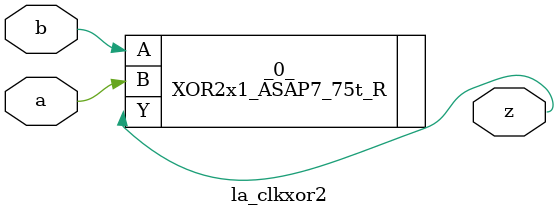
<source format=v>

/* Generated by Yosys 0.44 (git sha1 80ba43d26, g++ 11.4.0-1ubuntu1~22.04 -fPIC -O3) */

(* top =  1  *)
(* src = "inputs/la_clkxor2.v:10.1-20.10" *)
module la_clkxor2 (
    a,
    b,
    z
);
  (* src = "inputs/la_clkxor2.v:13.12-13.13" *)
  input a;
  wire a;
  (* src = "inputs/la_clkxor2.v:14.12-14.13" *)
  input b;
  wire b;
  (* src = "inputs/la_clkxor2.v:15.12-15.13" *)
  output z;
  wire z;
  XOR2x1_ASAP7_75t_R _0_ (
      .A(b),
      .B(a),
      .Y(z)
  );
endmodule

</source>
